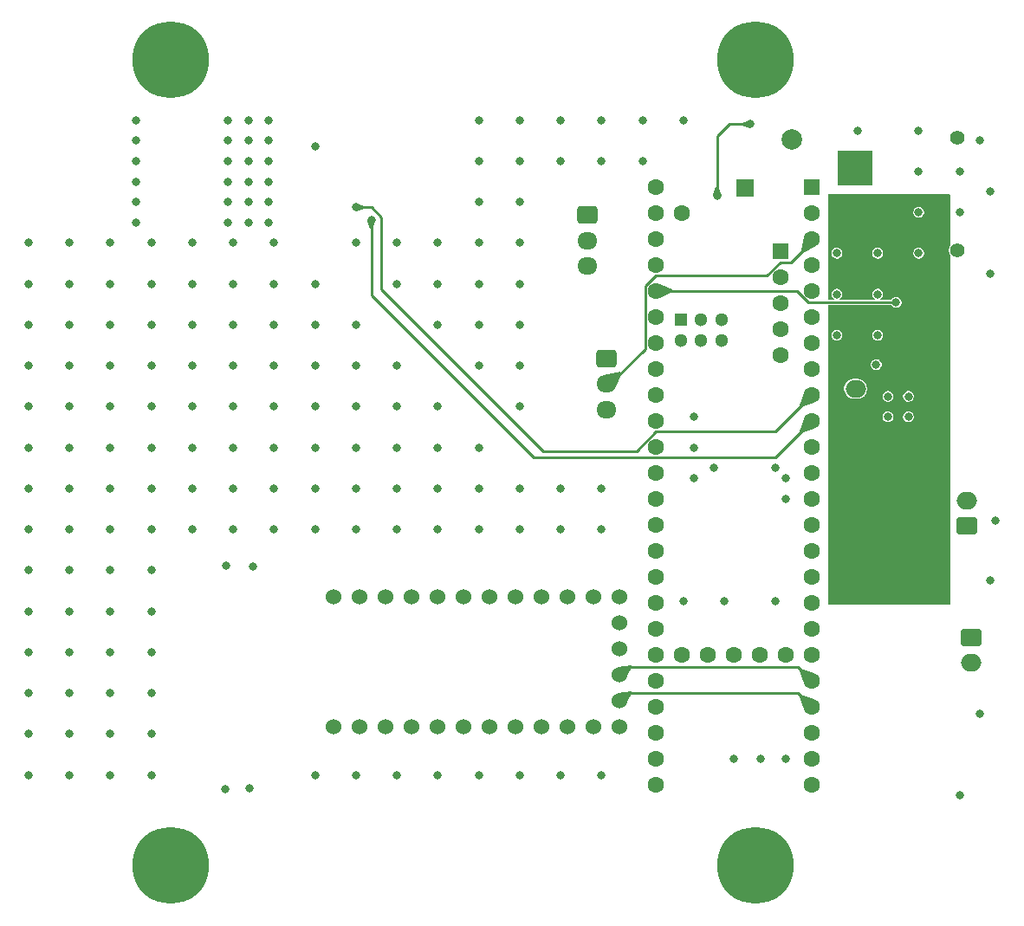
<source format=gbl>
G04 #@! TF.GenerationSoftware,KiCad,Pcbnew,9.0.1*
G04 #@! TF.CreationDate,2025-10-31T13:55:31-04:00*
G04 #@! TF.ProjectId,GHOUL_V1.0,47484f55-4c5f-4563-912e-302e6b696361,rev?*
G04 #@! TF.SameCoordinates,Original*
G04 #@! TF.FileFunction,Copper,L4,Bot*
G04 #@! TF.FilePolarity,Positive*
%FSLAX46Y46*%
G04 Gerber Fmt 4.6, Leading zero omitted, Abs format (unit mm)*
G04 Created by KiCad (PCBNEW 9.0.1) date 2025-10-31 13:55:31*
%MOMM*%
%LPD*%
G01*
G04 APERTURE LIST*
G04 Aperture macros list*
%AMRoundRect*
0 Rectangle with rounded corners*
0 $1 Rounding radius*
0 $2 $3 $4 $5 $6 $7 $8 $9 X,Y pos of 4 corners*
0 Add a 4 corners polygon primitive as box body*
4,1,4,$2,$3,$4,$5,$6,$7,$8,$9,$2,$3,0*
0 Add four circle primitives for the rounded corners*
1,1,$1+$1,$2,$3*
1,1,$1+$1,$4,$5*
1,1,$1+$1,$6,$7*
1,1,$1+$1,$8,$9*
0 Add four rect primitives between the rounded corners*
20,1,$1+$1,$2,$3,$4,$5,0*
20,1,$1+$1,$4,$5,$6,$7,0*
20,1,$1+$1,$6,$7,$8,$9,0*
20,1,$1+$1,$8,$9,$2,$3,0*%
G04 Aperture macros list end*
G04 #@! TA.AperFunction,HeatsinkPad*
%ADD10C,0.500000*%
G04 #@! TD*
G04 #@! TA.AperFunction,HeatsinkPad*
%ADD11R,1.680000X1.680000*%
G04 #@! TD*
G04 #@! TA.AperFunction,ComponentPad*
%ADD12C,7.500000*%
G04 #@! TD*
G04 #@! TA.AperFunction,ComponentPad*
%ADD13RoundRect,0.250000X0.750000X-0.600000X0.750000X0.600000X-0.750000X0.600000X-0.750000X-0.600000X0*%
G04 #@! TD*
G04 #@! TA.AperFunction,ComponentPad*
%ADD14O,2.000000X1.700000*%
G04 #@! TD*
G04 #@! TA.AperFunction,ComponentPad*
%ADD15RoundRect,0.250000X-0.750000X0.600000X-0.750000X-0.600000X0.750000X-0.600000X0.750000X0.600000X0*%
G04 #@! TD*
G04 #@! TA.AperFunction,ComponentPad*
%ADD16RoundRect,0.250000X-0.725000X0.600000X-0.725000X-0.600000X0.725000X-0.600000X0.725000X0.600000X0*%
G04 #@! TD*
G04 #@! TA.AperFunction,ComponentPad*
%ADD17O,1.950000X1.700000*%
G04 #@! TD*
G04 #@! TA.AperFunction,ComponentPad*
%ADD18C,2.000000*%
G04 #@! TD*
G04 #@! TA.AperFunction,ComponentPad*
%ADD19C,1.524000*%
G04 #@! TD*
G04 #@! TA.AperFunction,ComponentPad*
%ADD20C,1.400000*%
G04 #@! TD*
G04 #@! TA.AperFunction,ComponentPad*
%ADD21R,3.500000X3.500000*%
G04 #@! TD*
G04 #@! TA.AperFunction,ComponentPad*
%ADD22C,3.500000*%
G04 #@! TD*
G04 #@! TA.AperFunction,ComponentPad*
%ADD23R,1.600000X1.600000*%
G04 #@! TD*
G04 #@! TA.AperFunction,ComponentPad*
%ADD24C,1.600000*%
G04 #@! TD*
G04 #@! TA.AperFunction,ComponentPad*
%ADD25R,1.300000X1.300000*%
G04 #@! TD*
G04 #@! TA.AperFunction,ComponentPad*
%ADD26C,1.300000*%
G04 #@! TD*
G04 #@! TA.AperFunction,ViaPad*
%ADD27C,0.800000*%
G04 #@! TD*
G04 #@! TA.AperFunction,ViaPad*
%ADD28C,1.200000*%
G04 #@! TD*
G04 #@! TA.AperFunction,Conductor*
%ADD29C,0.250000*%
G04 #@! TD*
G04 APERTURE END LIST*
D10*
X182443551Y-73016051D03*
X182443551Y-74196051D03*
D11*
X183033551Y-73606051D03*
D10*
X183623551Y-73016051D03*
X183623551Y-74196051D03*
D12*
X184046051Y-61116051D03*
X126896051Y-61116051D03*
X126896051Y-139856051D03*
X184046051Y-139856051D03*
D13*
X204700000Y-106650000D03*
D14*
X204700000Y-104150000D03*
D15*
X205100000Y-117550000D03*
D14*
X205100000Y-120050000D03*
D16*
X167640000Y-76280000D03*
D17*
X167640000Y-78780000D03*
X167640000Y-81280000D03*
D18*
X187636051Y-68896051D03*
D15*
X193826051Y-90756051D03*
D14*
X193826051Y-93256051D03*
D19*
X170726051Y-116091051D03*
X170726051Y-118631051D03*
X170726051Y-121171051D03*
X170726051Y-123711051D03*
X170726051Y-113551051D03*
X170726051Y-126251051D03*
X168186051Y-126251051D03*
X165646051Y-126251051D03*
X163106051Y-126251051D03*
X160566051Y-126251051D03*
X158026051Y-126251051D03*
X155486051Y-126251051D03*
X152946051Y-126251051D03*
X150406051Y-126251051D03*
X147866051Y-126251051D03*
X145326051Y-126251051D03*
X142786051Y-126251051D03*
X168186051Y-113551051D03*
X165646051Y-113551051D03*
X163106051Y-113551051D03*
X158026051Y-113551051D03*
X160566051Y-113551051D03*
X155486051Y-113551051D03*
X152946051Y-113551051D03*
X150406051Y-113551051D03*
X147866051Y-113551051D03*
X145326051Y-113551051D03*
X142786051Y-113551051D03*
D20*
X203786051Y-79696051D03*
X203786051Y-68696051D03*
D21*
X193786051Y-71696051D03*
D22*
X193786051Y-76696051D03*
D23*
X189556051Y-73526051D03*
D24*
X189556051Y-76066051D03*
X189556051Y-78606051D03*
X189556051Y-81146051D03*
X189556051Y-83686051D03*
X189556051Y-86226051D03*
X189556051Y-88766051D03*
X189556051Y-91306051D03*
X189556051Y-93846051D03*
X189556051Y-96386051D03*
X189556051Y-98926051D03*
X189556051Y-101466051D03*
X189556051Y-104006051D03*
X189556051Y-106546051D03*
X189556051Y-109086051D03*
X189556051Y-111626051D03*
X189556051Y-114166051D03*
X189556051Y-116706051D03*
X189556051Y-119246051D03*
X189556051Y-121786051D03*
X189556051Y-124326051D03*
X189556051Y-126866051D03*
X189556051Y-129406051D03*
X189556051Y-131946051D03*
X174316051Y-131946051D03*
X174316051Y-129406051D03*
X174316051Y-126866051D03*
X174316051Y-124326051D03*
X174316051Y-121786051D03*
X174316051Y-119246051D03*
X174316051Y-116706051D03*
X174316051Y-114166051D03*
X174316051Y-111626051D03*
X174316051Y-109086051D03*
X174316051Y-106546051D03*
X174316051Y-104006051D03*
X174316051Y-101466051D03*
X174316051Y-98926051D03*
X174316051Y-96386051D03*
X174316051Y-93846051D03*
X174316051Y-91306051D03*
X174316051Y-88766051D03*
X174316051Y-86226051D03*
X174316051Y-83686051D03*
X174316051Y-81146051D03*
X174316051Y-78606051D03*
X174316051Y-76066051D03*
X174316051Y-73526051D03*
X176856051Y-76066051D03*
X187016051Y-119246051D03*
X184476051Y-119246051D03*
X181936051Y-119246051D03*
X179396051Y-119246051D03*
X176856051Y-119246051D03*
D23*
X186505251Y-79825251D03*
D24*
X186505251Y-82365251D03*
X186505251Y-84905251D03*
X186505251Y-87445251D03*
X186505251Y-89985251D03*
D25*
X176754451Y-86496051D03*
D26*
X178754451Y-86496051D03*
X180754451Y-86496051D03*
X180754451Y-88496051D03*
X178754451Y-88496051D03*
X176754451Y-88496051D03*
D16*
X169500000Y-90266051D03*
D17*
X169500000Y-92766051D03*
X169500000Y-95266051D03*
D27*
X132271051Y-132366051D03*
X134941051Y-110586051D03*
X132351051Y-110566051D03*
X134591051Y-132316051D03*
X186996051Y-129426051D03*
X181936051Y-129386051D03*
X184536051Y-129446051D03*
X204000000Y-72000000D03*
X117000000Y-107000000D03*
X145000000Y-99000000D03*
X121000000Y-83000000D03*
X136500000Y-69000000D03*
X129000000Y-79000000D03*
X165000000Y-107000000D03*
X157000000Y-83000000D03*
X145000000Y-103000000D03*
X161000000Y-71000000D03*
X169000000Y-67000000D03*
X133000000Y-99000000D03*
X133000000Y-87000000D03*
X157000000Y-67000000D03*
X113000000Y-87000000D03*
X137000000Y-107000000D03*
X199000000Y-96000000D03*
X129000000Y-103000000D03*
X145000000Y-91000000D03*
X136500000Y-77000000D03*
X200000000Y-72000000D03*
X161000000Y-87000000D03*
X145000000Y-131000000D03*
X161000000Y-131000000D03*
X136500000Y-73000000D03*
X132500000Y-75000000D03*
X157000000Y-103000000D03*
X121000000Y-127000000D03*
X134500000Y-75000000D03*
X157000000Y-87000000D03*
X133000000Y-83000000D03*
X121000000Y-79000000D03*
X161000000Y-67000000D03*
X186000000Y-101000000D03*
X137000000Y-95000000D03*
X113000000Y-107000000D03*
X134500000Y-67000000D03*
X206000000Y-125000000D03*
X113000000Y-83000000D03*
X199000000Y-94000000D03*
X173000000Y-71000000D03*
X117000000Y-103000000D03*
X136500000Y-67000000D03*
X129000000Y-107000000D03*
X165000000Y-71000000D03*
X149000000Y-83000000D03*
X129000000Y-95000000D03*
X197000000Y-96000000D03*
X123500000Y-71000000D03*
X169000000Y-103000000D03*
X125000000Y-95000000D03*
X132500000Y-73000000D03*
X153000000Y-83000000D03*
X113000000Y-127000000D03*
X129000000Y-83000000D03*
X121000000Y-99000000D03*
X132500000Y-69000000D03*
X186000000Y-114000000D03*
X157000000Y-99000000D03*
X194000000Y-68000000D03*
X196000000Y-88000000D03*
X187000000Y-102000000D03*
X161000000Y-79000000D03*
X121000000Y-95000000D03*
X207000000Y-112000000D03*
X204000000Y-76000000D03*
X165000000Y-131000000D03*
X137000000Y-99000000D03*
X207000000Y-82000000D03*
X149000000Y-107000000D03*
X145000000Y-79000000D03*
X125000000Y-111000000D03*
X165000000Y-67000000D03*
X153000000Y-131000000D03*
X141000000Y-91000000D03*
X117000000Y-115000000D03*
X165000000Y-103000000D03*
X153000000Y-103000000D03*
X149000000Y-103000000D03*
X153000000Y-95000000D03*
X192000000Y-88000000D03*
X133000000Y-107000000D03*
X117000000Y-91000000D03*
X121000000Y-103000000D03*
X207000000Y-74000000D03*
X132500000Y-77000000D03*
X200000000Y-76000000D03*
X113000000Y-119000000D03*
X178000000Y-99000000D03*
X187000000Y-104000000D03*
X113000000Y-123000000D03*
X117000000Y-83000000D03*
X125000000Y-119000000D03*
X197000000Y-94000000D03*
X206000000Y-69000000D03*
X117000000Y-123000000D03*
X137000000Y-103000000D03*
X180000000Y-101000000D03*
X136500000Y-71000000D03*
X141000000Y-107000000D03*
X117000000Y-131000000D03*
X117000000Y-111000000D03*
X125000000Y-131000000D03*
X133000000Y-91000000D03*
X149000000Y-91000000D03*
X145000000Y-95000000D03*
X121000000Y-131000000D03*
X125000000Y-127000000D03*
X125000000Y-91000000D03*
X125000000Y-87000000D03*
X117000000Y-99000000D03*
X123500000Y-73000000D03*
X173000000Y-67000000D03*
X117000000Y-127000000D03*
X178000000Y-96000000D03*
X113000000Y-91000000D03*
X113000000Y-111000000D03*
X200000000Y-80000000D03*
X149000000Y-79000000D03*
X169000000Y-131000000D03*
X145000000Y-107000000D03*
X141000000Y-87000000D03*
X161000000Y-103000000D03*
X129000000Y-87000000D03*
X129000000Y-99000000D03*
X125000000Y-99000000D03*
X141000000Y-83000000D03*
X113000000Y-95000000D03*
X161000000Y-91000000D03*
X134500000Y-73000000D03*
X121000000Y-123000000D03*
X123500000Y-77000000D03*
X157000000Y-107000000D03*
X196000000Y-80000000D03*
X134500000Y-71000000D03*
X157000000Y-131000000D03*
X113000000Y-99000000D03*
X134500000Y-69000000D03*
X132500000Y-71000000D03*
X157000000Y-71000000D03*
X177000000Y-114000000D03*
X161000000Y-75000000D03*
X137000000Y-87000000D03*
X121000000Y-87000000D03*
X121000000Y-115000000D03*
X149000000Y-131000000D03*
X200000000Y-68000000D03*
X133000000Y-79000000D03*
X121000000Y-111000000D03*
X157000000Y-91000000D03*
X117000000Y-79000000D03*
X113000000Y-103000000D03*
X133000000Y-103000000D03*
X117000000Y-119000000D03*
X123500000Y-67000000D03*
X192000000Y-84000000D03*
X207493629Y-106139228D03*
X141000000Y-103000000D03*
X129000000Y-91000000D03*
X141000000Y-99000000D03*
X125000000Y-123000000D03*
X161000000Y-95000000D03*
X153000000Y-79000000D03*
X145000000Y-87000000D03*
X161000000Y-83000000D03*
X141000000Y-95000000D03*
X137000000Y-83000000D03*
X149000000Y-99000000D03*
X136500000Y-75000000D03*
X204000000Y-133000000D03*
X125000000Y-115000000D03*
X153000000Y-99000000D03*
X125000000Y-79000000D03*
X169000000Y-107000000D03*
X125000000Y-83000000D03*
X121000000Y-119000000D03*
X123500000Y-75000000D03*
X125000000Y-107000000D03*
X121000000Y-91000000D03*
X132500000Y-67000000D03*
X113000000Y-115000000D03*
X141000000Y-131000000D03*
X137000000Y-79000000D03*
X133000000Y-95000000D03*
X125000000Y-103000000D03*
X157000000Y-75000000D03*
X177000000Y-67000000D03*
X196000000Y-84000000D03*
X178000000Y-102000000D03*
X161000000Y-107000000D03*
X113000000Y-79000000D03*
X181000000Y-114000000D03*
X121000000Y-107000000D03*
X169000000Y-71000000D03*
X153000000Y-107000000D03*
X192000000Y-80000000D03*
X113000000Y-131000000D03*
X117000000Y-95000000D03*
X149000000Y-95000000D03*
X137000000Y-91000000D03*
X157000000Y-79000000D03*
X134500000Y-77000000D03*
X153000000Y-87000000D03*
X117000000Y-87000000D03*
X195856051Y-90886051D03*
X197800000Y-84816051D03*
X146500000Y-76800000D03*
X145000000Y-75500000D03*
D28*
X201116051Y-110026051D03*
X201136051Y-112496051D03*
D27*
X180316051Y-74366051D03*
X183566051Y-67386051D03*
X141000000Y-69600000D03*
X123500000Y-69000000D03*
D29*
X145000000Y-75500000D02*
X146500000Y-75500000D01*
X146500000Y-75500000D02*
X147500000Y-76500000D01*
X147500000Y-83500000D02*
X163336051Y-99336051D01*
X163336051Y-99336051D02*
X172418298Y-99336051D01*
X147500000Y-76500000D02*
X147500000Y-83500000D01*
X174316298Y-97438051D02*
X185964051Y-97438051D01*
X172418298Y-99336051D02*
X174316298Y-97438051D01*
X185964051Y-97438051D02*
X189556051Y-93846051D01*
X146500000Y-76800000D02*
X146500000Y-84100000D01*
X162387551Y-99987551D02*
X185954551Y-99987551D01*
X185954551Y-99987551D02*
X189556051Y-96386051D01*
X146500000Y-84100000D02*
X162387551Y-99987551D01*
X189198298Y-84816051D02*
X197800000Y-84816051D01*
X188068298Y-83686051D02*
X189198298Y-84816051D01*
X174316051Y-83686051D02*
X188068298Y-83686051D01*
X186466051Y-80877251D02*
X187557251Y-80877251D01*
X174276051Y-82206051D02*
X185137251Y-82206051D01*
X185137251Y-82206051D02*
X186466051Y-80877251D01*
X173264051Y-83218051D02*
X174276051Y-82206051D01*
X173264051Y-89338051D02*
X173264051Y-83218051D01*
X187557251Y-80877251D02*
X189556051Y-78878451D01*
X189556051Y-78878451D02*
X189556051Y-78606051D01*
X169836051Y-92766051D02*
X173264051Y-89338051D01*
X170776051Y-123716051D02*
X171538050Y-122954052D01*
X188184052Y-122954052D02*
X189556051Y-124326051D01*
X171538050Y-122954052D02*
X188184052Y-122954052D01*
X188184052Y-120414052D02*
X189556051Y-121786051D01*
X170776051Y-121176051D02*
X171538050Y-120414052D01*
X171538050Y-120414052D02*
X188184052Y-120414052D01*
X183566051Y-67386051D02*
X181476051Y-67386051D01*
X181476051Y-67386051D02*
X180316051Y-68546051D01*
X180316051Y-68546051D02*
X180316051Y-74366051D01*
G04 #@! TA.AperFunction,Conductor*
G36*
X203037745Y-74264357D02*
G01*
X203056051Y-74308551D01*
X203056051Y-79283632D01*
X203051294Y-79307550D01*
X202990349Y-79454683D01*
X202958551Y-79614548D01*
X202958551Y-79777553D01*
X202990350Y-79937422D01*
X203051293Y-80084550D01*
X203056051Y-80108468D01*
X203056051Y-114283551D01*
X203037745Y-114327745D01*
X202993551Y-114346051D01*
X191198551Y-114346051D01*
X191154357Y-114327745D01*
X191136051Y-114283551D01*
X191136051Y-95930554D01*
X196472500Y-95930554D01*
X196472500Y-96069445D01*
X196472501Y-96069453D01*
X196508446Y-96203603D01*
X196508447Y-96203606D01*
X196577896Y-96323894D01*
X196577899Y-96323898D01*
X196676101Y-96422100D01*
X196676105Y-96422103D01*
X196676107Y-96422105D01*
X196796393Y-96491552D01*
X196796396Y-96491553D01*
X196878495Y-96513551D01*
X196930553Y-96527500D01*
X196930554Y-96527500D01*
X197069446Y-96527500D01*
X197069447Y-96527500D01*
X197203607Y-96491552D01*
X197323893Y-96422105D01*
X197422105Y-96323893D01*
X197491552Y-96203607D01*
X197527500Y-96069447D01*
X197527500Y-95930554D01*
X198472500Y-95930554D01*
X198472500Y-96069445D01*
X198472501Y-96069453D01*
X198508446Y-96203603D01*
X198508447Y-96203606D01*
X198577896Y-96323894D01*
X198577899Y-96323898D01*
X198676101Y-96422100D01*
X198676105Y-96422103D01*
X198676107Y-96422105D01*
X198796393Y-96491552D01*
X198796396Y-96491553D01*
X198878495Y-96513551D01*
X198930553Y-96527500D01*
X198930554Y-96527500D01*
X199069446Y-96527500D01*
X199069447Y-96527500D01*
X199203607Y-96491552D01*
X199323893Y-96422105D01*
X199422105Y-96323893D01*
X199491552Y-96203607D01*
X199527500Y-96069447D01*
X199527500Y-95930553D01*
X199491552Y-95796393D01*
X199422105Y-95676107D01*
X199422103Y-95676105D01*
X199422100Y-95676101D01*
X199323898Y-95577899D01*
X199323894Y-95577896D01*
X199323893Y-95577895D01*
X199263750Y-95543171D01*
X199203606Y-95508447D01*
X199203603Y-95508446D01*
X199069453Y-95472501D01*
X199069448Y-95472500D01*
X199069447Y-95472500D01*
X198930553Y-95472500D01*
X198930552Y-95472500D01*
X198930546Y-95472501D01*
X198796396Y-95508446D01*
X198796393Y-95508447D01*
X198676105Y-95577896D01*
X198676101Y-95577899D01*
X198577899Y-95676101D01*
X198577896Y-95676105D01*
X198508447Y-95796393D01*
X198508446Y-95796396D01*
X198472501Y-95930546D01*
X198472500Y-95930554D01*
X197527500Y-95930554D01*
X197527500Y-95930553D01*
X197491552Y-95796393D01*
X197422105Y-95676107D01*
X197422103Y-95676105D01*
X197422100Y-95676101D01*
X197323898Y-95577899D01*
X197323894Y-95577896D01*
X197323893Y-95577895D01*
X197263750Y-95543171D01*
X197203606Y-95508447D01*
X197203603Y-95508446D01*
X197069453Y-95472501D01*
X197069448Y-95472500D01*
X197069447Y-95472500D01*
X196930553Y-95472500D01*
X196930552Y-95472500D01*
X196930546Y-95472501D01*
X196796396Y-95508446D01*
X196796393Y-95508447D01*
X196676105Y-95577896D01*
X196676101Y-95577899D01*
X196577899Y-95676101D01*
X196577896Y-95676105D01*
X196508447Y-95796393D01*
X196508446Y-95796396D01*
X196472501Y-95930546D01*
X196472500Y-95930554D01*
X191136051Y-95930554D01*
X191136051Y-93159775D01*
X192698551Y-93159775D01*
X192698551Y-93352326D01*
X192736115Y-93541177D01*
X192736117Y-93541185D01*
X192809801Y-93719071D01*
X192916777Y-93879171D01*
X193052931Y-94015325D01*
X193213031Y-94122301D01*
X193292350Y-94155156D01*
X193390916Y-94195984D01*
X193390920Y-94195985D01*
X193390925Y-94195987D01*
X193579776Y-94233551D01*
X194072326Y-94233551D01*
X194261177Y-94195987D01*
X194261183Y-94195984D01*
X194261185Y-94195984D01*
X194303662Y-94178388D01*
X194439071Y-94122301D01*
X194599171Y-94015325D01*
X194683942Y-93930554D01*
X196472500Y-93930554D01*
X196472500Y-94069445D01*
X196472501Y-94069453D01*
X196508446Y-94203603D01*
X196508447Y-94203606D01*
X196577896Y-94323894D01*
X196577899Y-94323898D01*
X196676101Y-94422100D01*
X196676105Y-94422103D01*
X196676107Y-94422105D01*
X196796393Y-94491552D01*
X196796396Y-94491553D01*
X196878495Y-94513551D01*
X196930553Y-94527500D01*
X196930554Y-94527500D01*
X197069446Y-94527500D01*
X197069447Y-94527500D01*
X197203607Y-94491552D01*
X197323893Y-94422105D01*
X197422105Y-94323893D01*
X197491552Y-94203607D01*
X197527500Y-94069447D01*
X197527500Y-93930554D01*
X198472500Y-93930554D01*
X198472500Y-94069445D01*
X198472501Y-94069453D01*
X198508446Y-94203603D01*
X198508447Y-94203606D01*
X198577896Y-94323894D01*
X198577899Y-94323898D01*
X198676101Y-94422100D01*
X198676105Y-94422103D01*
X198676107Y-94422105D01*
X198796393Y-94491552D01*
X198796396Y-94491553D01*
X198878495Y-94513551D01*
X198930553Y-94527500D01*
X198930554Y-94527500D01*
X199069446Y-94527500D01*
X199069447Y-94527500D01*
X199203607Y-94491552D01*
X199323893Y-94422105D01*
X199422105Y-94323893D01*
X199491552Y-94203607D01*
X199527500Y-94069447D01*
X199527500Y-93930553D01*
X199491552Y-93796393D01*
X199422105Y-93676107D01*
X199422103Y-93676105D01*
X199422100Y-93676101D01*
X199323898Y-93577899D01*
X199323894Y-93577896D01*
X199323893Y-93577895D01*
X199260295Y-93541177D01*
X199203606Y-93508447D01*
X199203603Y-93508446D01*
X199069453Y-93472501D01*
X199069448Y-93472500D01*
X199069447Y-93472500D01*
X198930553Y-93472500D01*
X198930552Y-93472500D01*
X198930546Y-93472501D01*
X198796396Y-93508446D01*
X198796393Y-93508447D01*
X198676105Y-93577896D01*
X198676101Y-93577899D01*
X198577899Y-93676101D01*
X198577896Y-93676105D01*
X198508447Y-93796393D01*
X198508446Y-93796396D01*
X198472501Y-93930546D01*
X198472500Y-93930554D01*
X197527500Y-93930554D01*
X197527500Y-93930553D01*
X197491552Y-93796393D01*
X197422105Y-93676107D01*
X197422103Y-93676105D01*
X197422100Y-93676101D01*
X197323898Y-93577899D01*
X197323894Y-93577896D01*
X197323893Y-93577895D01*
X197260295Y-93541177D01*
X197203606Y-93508447D01*
X197203603Y-93508446D01*
X197069453Y-93472501D01*
X197069448Y-93472500D01*
X197069447Y-93472500D01*
X196930553Y-93472500D01*
X196930552Y-93472500D01*
X196930546Y-93472501D01*
X196796396Y-93508446D01*
X196796393Y-93508447D01*
X196676105Y-93577896D01*
X196676101Y-93577899D01*
X196577899Y-93676101D01*
X196577896Y-93676105D01*
X196508447Y-93796393D01*
X196508446Y-93796396D01*
X196472501Y-93930546D01*
X196472500Y-93930554D01*
X194683942Y-93930554D01*
X194735325Y-93879171D01*
X194842301Y-93719071D01*
X194915987Y-93541177D01*
X194953551Y-93352326D01*
X194953551Y-93159776D01*
X194915987Y-92970925D01*
X194915985Y-92970920D01*
X194915984Y-92970916D01*
X194875156Y-92872350D01*
X194842301Y-92793031D01*
X194735325Y-92632931D01*
X194599171Y-92496777D01*
X194599170Y-92496776D01*
X194439073Y-92389802D01*
X194439071Y-92389801D01*
X194261185Y-92316117D01*
X194261177Y-92316115D01*
X194072326Y-92278551D01*
X193579776Y-92278551D01*
X193390924Y-92316115D01*
X193390916Y-92316117D01*
X193213030Y-92389801D01*
X193213028Y-92389802D01*
X193052931Y-92496776D01*
X192916776Y-92632931D01*
X192809802Y-92793028D01*
X192809801Y-92793030D01*
X192736117Y-92970916D01*
X192736115Y-92970924D01*
X192698551Y-93159775D01*
X191136051Y-93159775D01*
X191136051Y-90816605D01*
X195328551Y-90816605D01*
X195328551Y-90955496D01*
X195328552Y-90955504D01*
X195364497Y-91089654D01*
X195364498Y-91089657D01*
X195433947Y-91209945D01*
X195433950Y-91209949D01*
X195532152Y-91308151D01*
X195532156Y-91308154D01*
X195532158Y-91308156D01*
X195652444Y-91377603D01*
X195652447Y-91377604D01*
X195734546Y-91399602D01*
X195786604Y-91413551D01*
X195786605Y-91413551D01*
X195925497Y-91413551D01*
X195925498Y-91413551D01*
X196059658Y-91377603D01*
X196179944Y-91308156D01*
X196278156Y-91209944D01*
X196347603Y-91089658D01*
X196383551Y-90955498D01*
X196383551Y-90816604D01*
X196347603Y-90682444D01*
X196278156Y-90562158D01*
X196278154Y-90562156D01*
X196278151Y-90562152D01*
X196179949Y-90463950D01*
X196179945Y-90463947D01*
X196179944Y-90463946D01*
X196119801Y-90429222D01*
X196059657Y-90394498D01*
X196059654Y-90394497D01*
X195925504Y-90358552D01*
X195925499Y-90358551D01*
X195925498Y-90358551D01*
X195786604Y-90358551D01*
X195786603Y-90358551D01*
X195786597Y-90358552D01*
X195652447Y-90394497D01*
X195652444Y-90394498D01*
X195532156Y-90463947D01*
X195532152Y-90463950D01*
X195433950Y-90562152D01*
X195433947Y-90562156D01*
X195364498Y-90682444D01*
X195364497Y-90682447D01*
X195328552Y-90816597D01*
X195328551Y-90816605D01*
X191136051Y-90816605D01*
X191136051Y-87930554D01*
X191472500Y-87930554D01*
X191472500Y-88069445D01*
X191472501Y-88069453D01*
X191508446Y-88203603D01*
X191508447Y-88203606D01*
X191577896Y-88323894D01*
X191577899Y-88323898D01*
X191676101Y-88422100D01*
X191676105Y-88422103D01*
X191676107Y-88422105D01*
X191796393Y-88491552D01*
X191796396Y-88491553D01*
X191878495Y-88513551D01*
X191930553Y-88527500D01*
X191930554Y-88527500D01*
X192069446Y-88527500D01*
X192069447Y-88527500D01*
X192203607Y-88491552D01*
X192323893Y-88422105D01*
X192422105Y-88323893D01*
X192491552Y-88203607D01*
X192527500Y-88069447D01*
X192527500Y-87930554D01*
X195472500Y-87930554D01*
X195472500Y-88069445D01*
X195472501Y-88069453D01*
X195508446Y-88203603D01*
X195508447Y-88203606D01*
X195577896Y-88323894D01*
X195577899Y-88323898D01*
X195676101Y-88422100D01*
X195676105Y-88422103D01*
X195676107Y-88422105D01*
X195796393Y-88491552D01*
X195796396Y-88491553D01*
X195878495Y-88513551D01*
X195930553Y-88527500D01*
X195930554Y-88527500D01*
X196069446Y-88527500D01*
X196069447Y-88527500D01*
X196203607Y-88491552D01*
X196323893Y-88422105D01*
X196422105Y-88323893D01*
X196491552Y-88203607D01*
X196527500Y-88069447D01*
X196527500Y-87930553D01*
X196491552Y-87796393D01*
X196422105Y-87676107D01*
X196422103Y-87676105D01*
X196422100Y-87676101D01*
X196323898Y-87577899D01*
X196323894Y-87577896D01*
X196323893Y-87577895D01*
X196263750Y-87543171D01*
X196203606Y-87508447D01*
X196203603Y-87508446D01*
X196069453Y-87472501D01*
X196069448Y-87472500D01*
X196069447Y-87472500D01*
X195930553Y-87472500D01*
X195930552Y-87472500D01*
X195930546Y-87472501D01*
X195796396Y-87508446D01*
X195796393Y-87508447D01*
X195676105Y-87577896D01*
X195676101Y-87577899D01*
X195577899Y-87676101D01*
X195577896Y-87676105D01*
X195508447Y-87796393D01*
X195508446Y-87796396D01*
X195472501Y-87930546D01*
X195472500Y-87930554D01*
X192527500Y-87930554D01*
X192527500Y-87930553D01*
X192491552Y-87796393D01*
X192422105Y-87676107D01*
X192422103Y-87676105D01*
X192422100Y-87676101D01*
X192323898Y-87577899D01*
X192323894Y-87577896D01*
X192323893Y-87577895D01*
X192263750Y-87543171D01*
X192203606Y-87508447D01*
X192203603Y-87508446D01*
X192069453Y-87472501D01*
X192069448Y-87472500D01*
X192069447Y-87472500D01*
X191930553Y-87472500D01*
X191930552Y-87472500D01*
X191930546Y-87472501D01*
X191796396Y-87508446D01*
X191796393Y-87508447D01*
X191676105Y-87577896D01*
X191676101Y-87577899D01*
X191577899Y-87676101D01*
X191577896Y-87676105D01*
X191508447Y-87796393D01*
X191508446Y-87796396D01*
X191472501Y-87930546D01*
X191472500Y-87930554D01*
X191136051Y-87930554D01*
X191136051Y-85131051D01*
X191154357Y-85086857D01*
X191198551Y-85068551D01*
X197300592Y-85068551D01*
X197344786Y-85086857D01*
X197354716Y-85099797D01*
X197372761Y-85131051D01*
X197377896Y-85139945D01*
X197377899Y-85139949D01*
X197476101Y-85238151D01*
X197476105Y-85238154D01*
X197476107Y-85238156D01*
X197596393Y-85307603D01*
X197596396Y-85307604D01*
X197678495Y-85329602D01*
X197730553Y-85343551D01*
X197730554Y-85343551D01*
X197869446Y-85343551D01*
X197869447Y-85343551D01*
X198003607Y-85307603D01*
X198123893Y-85238156D01*
X198222105Y-85139944D01*
X198291552Y-85019658D01*
X198327500Y-84885498D01*
X198327500Y-84746604D01*
X198291552Y-84612444D01*
X198222105Y-84492158D01*
X198222103Y-84492156D01*
X198222100Y-84492152D01*
X198123898Y-84393950D01*
X198123894Y-84393947D01*
X198123893Y-84393946D01*
X198063750Y-84359222D01*
X198003606Y-84324498D01*
X198003603Y-84324497D01*
X197869453Y-84288552D01*
X197869448Y-84288551D01*
X197869447Y-84288551D01*
X197730553Y-84288551D01*
X197730552Y-84288551D01*
X197730546Y-84288552D01*
X197596396Y-84324497D01*
X197596393Y-84324498D01*
X197476105Y-84393947D01*
X197476101Y-84393950D01*
X197377899Y-84492152D01*
X197377896Y-84492156D01*
X197377895Y-84492158D01*
X197354717Y-84532301D01*
X197316768Y-84561421D01*
X197300592Y-84563551D01*
X196312154Y-84563551D01*
X196267960Y-84545245D01*
X196249654Y-84501051D01*
X196267960Y-84456857D01*
X196280900Y-84446926D01*
X196323893Y-84422105D01*
X196422105Y-84323893D01*
X196491552Y-84203607D01*
X196527500Y-84069447D01*
X196527500Y-83930553D01*
X196491552Y-83796393D01*
X196422105Y-83676107D01*
X196422103Y-83676105D01*
X196422100Y-83676101D01*
X196323898Y-83577899D01*
X196323894Y-83577896D01*
X196323893Y-83577895D01*
X196263750Y-83543171D01*
X196203606Y-83508447D01*
X196203603Y-83508446D01*
X196069453Y-83472501D01*
X196069448Y-83472500D01*
X196069447Y-83472500D01*
X195930553Y-83472500D01*
X195930552Y-83472500D01*
X195930546Y-83472501D01*
X195796396Y-83508446D01*
X195796393Y-83508447D01*
X195676105Y-83577896D01*
X195676101Y-83577899D01*
X195577899Y-83676101D01*
X195577896Y-83676105D01*
X195508447Y-83796393D01*
X195508446Y-83796396D01*
X195472501Y-83930546D01*
X195472500Y-83930554D01*
X195472500Y-84069445D01*
X195472501Y-84069453D01*
X195508446Y-84203603D01*
X195508447Y-84203606D01*
X195508448Y-84203607D01*
X195557490Y-84288551D01*
X195577896Y-84323894D01*
X195577899Y-84323898D01*
X195676101Y-84422100D01*
X195676105Y-84422103D01*
X195676107Y-84422105D01*
X195719096Y-84446925D01*
X195748216Y-84484875D01*
X195741973Y-84532301D01*
X195704022Y-84561421D01*
X195687846Y-84563551D01*
X192312154Y-84563551D01*
X192267960Y-84545245D01*
X192249654Y-84501051D01*
X192267960Y-84456857D01*
X192280900Y-84446926D01*
X192323893Y-84422105D01*
X192422105Y-84323893D01*
X192491552Y-84203607D01*
X192527500Y-84069447D01*
X192527500Y-83930553D01*
X192491552Y-83796393D01*
X192422105Y-83676107D01*
X192422103Y-83676105D01*
X192422100Y-83676101D01*
X192323898Y-83577899D01*
X192323894Y-83577896D01*
X192323893Y-83577895D01*
X192263750Y-83543171D01*
X192203606Y-83508447D01*
X192203603Y-83508446D01*
X192069453Y-83472501D01*
X192069448Y-83472500D01*
X192069447Y-83472500D01*
X191930553Y-83472500D01*
X191930552Y-83472500D01*
X191930546Y-83472501D01*
X191796396Y-83508446D01*
X191796393Y-83508447D01*
X191676105Y-83577896D01*
X191676101Y-83577899D01*
X191577899Y-83676101D01*
X191577896Y-83676105D01*
X191508447Y-83796393D01*
X191508446Y-83796396D01*
X191472501Y-83930546D01*
X191472500Y-83930554D01*
X191472500Y-84069445D01*
X191472501Y-84069453D01*
X191508446Y-84203603D01*
X191508447Y-84203606D01*
X191508448Y-84203607D01*
X191557490Y-84288551D01*
X191577896Y-84323894D01*
X191577899Y-84323898D01*
X191676101Y-84422100D01*
X191676105Y-84422103D01*
X191676107Y-84422105D01*
X191719096Y-84446925D01*
X191748216Y-84484875D01*
X191741973Y-84532301D01*
X191704022Y-84561421D01*
X191687846Y-84563551D01*
X191198551Y-84563551D01*
X191154357Y-84545245D01*
X191136051Y-84501051D01*
X191136051Y-79930554D01*
X191472500Y-79930554D01*
X191472500Y-80069445D01*
X191472501Y-80069453D01*
X191508446Y-80203603D01*
X191508447Y-80203606D01*
X191577896Y-80323894D01*
X191577899Y-80323898D01*
X191676101Y-80422100D01*
X191676105Y-80422103D01*
X191676107Y-80422105D01*
X191796393Y-80491552D01*
X191796396Y-80491553D01*
X191878495Y-80513551D01*
X191930553Y-80527500D01*
X191930554Y-80527500D01*
X192069446Y-80527500D01*
X192069447Y-80527500D01*
X192203607Y-80491552D01*
X192323893Y-80422105D01*
X192422105Y-80323893D01*
X192491552Y-80203607D01*
X192527500Y-80069447D01*
X192527500Y-79930554D01*
X195472500Y-79930554D01*
X195472500Y-80069445D01*
X195472501Y-80069453D01*
X195508446Y-80203603D01*
X195508447Y-80203606D01*
X195577896Y-80323894D01*
X195577899Y-80323898D01*
X195676101Y-80422100D01*
X195676105Y-80422103D01*
X195676107Y-80422105D01*
X195796393Y-80491552D01*
X195796396Y-80491553D01*
X195878495Y-80513551D01*
X195930553Y-80527500D01*
X195930554Y-80527500D01*
X196069446Y-80527500D01*
X196069447Y-80527500D01*
X196203607Y-80491552D01*
X196323893Y-80422105D01*
X196422105Y-80323893D01*
X196491552Y-80203607D01*
X196527500Y-80069447D01*
X196527500Y-79930554D01*
X199472500Y-79930554D01*
X199472500Y-80069445D01*
X199472501Y-80069453D01*
X199508446Y-80203603D01*
X199508447Y-80203606D01*
X199577896Y-80323894D01*
X199577899Y-80323898D01*
X199676101Y-80422100D01*
X199676105Y-80422103D01*
X199676107Y-80422105D01*
X199796393Y-80491552D01*
X199796396Y-80491553D01*
X199878495Y-80513551D01*
X199930553Y-80527500D01*
X199930554Y-80527500D01*
X200069446Y-80527500D01*
X200069447Y-80527500D01*
X200203607Y-80491552D01*
X200323893Y-80422105D01*
X200422105Y-80323893D01*
X200491552Y-80203607D01*
X200527500Y-80069447D01*
X200527500Y-79930553D01*
X200491552Y-79796393D01*
X200422105Y-79676107D01*
X200422103Y-79676105D01*
X200422100Y-79676101D01*
X200323898Y-79577899D01*
X200323894Y-79577896D01*
X200323893Y-79577895D01*
X200263750Y-79543171D01*
X200203606Y-79508447D01*
X200203603Y-79508446D01*
X200069453Y-79472501D01*
X200069448Y-79472500D01*
X200069447Y-79472500D01*
X199930553Y-79472500D01*
X199930552Y-79472500D01*
X199930546Y-79472501D01*
X199796396Y-79508446D01*
X199796393Y-79508447D01*
X199676105Y-79577896D01*
X199676101Y-79577899D01*
X199577899Y-79676101D01*
X199577896Y-79676105D01*
X199508447Y-79796393D01*
X199508446Y-79796396D01*
X199472501Y-79930546D01*
X199472500Y-79930554D01*
X196527500Y-79930554D01*
X196527500Y-79930553D01*
X196491552Y-79796393D01*
X196422105Y-79676107D01*
X196422103Y-79676105D01*
X196422100Y-79676101D01*
X196323898Y-79577899D01*
X196323894Y-79577896D01*
X196323893Y-79577895D01*
X196263750Y-79543171D01*
X196203606Y-79508447D01*
X196203603Y-79508446D01*
X196069453Y-79472501D01*
X196069448Y-79472500D01*
X196069447Y-79472500D01*
X195930553Y-79472500D01*
X195930552Y-79472500D01*
X195930546Y-79472501D01*
X195796396Y-79508446D01*
X195796393Y-79508447D01*
X195676105Y-79577896D01*
X195676101Y-79577899D01*
X195577899Y-79676101D01*
X195577896Y-79676105D01*
X195508447Y-79796393D01*
X195508446Y-79796396D01*
X195472501Y-79930546D01*
X195472500Y-79930554D01*
X192527500Y-79930554D01*
X192527500Y-79930553D01*
X192491552Y-79796393D01*
X192422105Y-79676107D01*
X192422103Y-79676105D01*
X192422100Y-79676101D01*
X192323898Y-79577899D01*
X192323894Y-79577896D01*
X192323893Y-79577895D01*
X192263750Y-79543171D01*
X192203606Y-79508447D01*
X192203603Y-79508446D01*
X192069453Y-79472501D01*
X192069448Y-79472500D01*
X192069447Y-79472500D01*
X191930553Y-79472500D01*
X191930552Y-79472500D01*
X191930546Y-79472501D01*
X191796396Y-79508446D01*
X191796393Y-79508447D01*
X191676105Y-79577896D01*
X191676101Y-79577899D01*
X191577899Y-79676101D01*
X191577896Y-79676105D01*
X191508447Y-79796393D01*
X191508446Y-79796396D01*
X191472501Y-79930546D01*
X191472500Y-79930554D01*
X191136051Y-79930554D01*
X191136051Y-75930554D01*
X199472500Y-75930554D01*
X199472500Y-76069445D01*
X199472501Y-76069453D01*
X199508446Y-76203603D01*
X199508447Y-76203606D01*
X199577896Y-76323894D01*
X199577899Y-76323898D01*
X199676101Y-76422100D01*
X199676105Y-76422103D01*
X199676107Y-76422105D01*
X199796393Y-76491552D01*
X199796396Y-76491553D01*
X199878495Y-76513551D01*
X199930553Y-76527500D01*
X199930554Y-76527500D01*
X200069446Y-76527500D01*
X200069447Y-76527500D01*
X200203607Y-76491552D01*
X200323893Y-76422105D01*
X200422105Y-76323893D01*
X200491552Y-76203607D01*
X200527500Y-76069447D01*
X200527500Y-75930553D01*
X200491552Y-75796393D01*
X200422105Y-75676107D01*
X200422103Y-75676105D01*
X200422100Y-75676101D01*
X200323898Y-75577899D01*
X200323894Y-75577896D01*
X200323893Y-75577895D01*
X200263750Y-75543171D01*
X200203606Y-75508447D01*
X200203603Y-75508446D01*
X200069453Y-75472501D01*
X200069448Y-75472500D01*
X200069447Y-75472500D01*
X199930553Y-75472500D01*
X199930552Y-75472500D01*
X199930546Y-75472501D01*
X199796396Y-75508446D01*
X199796393Y-75508447D01*
X199676105Y-75577896D01*
X199676101Y-75577899D01*
X199577899Y-75676101D01*
X199577896Y-75676105D01*
X199508447Y-75796393D01*
X199508446Y-75796396D01*
X199472501Y-75930546D01*
X199472500Y-75930554D01*
X191136051Y-75930554D01*
X191136051Y-74308551D01*
X191154357Y-74264357D01*
X191198551Y-74246051D01*
X202993551Y-74246051D01*
X203037745Y-74264357D01*
G37*
G04 #@! TD.AperFunction*
G04 #@! TA.AperFunction,Conductor*
G36*
X145090890Y-75112496D02*
G01*
X145784715Y-75372156D01*
X145791262Y-75378265D01*
X145792314Y-75383114D01*
X145792314Y-75616885D01*
X145788887Y-75625158D01*
X145784715Y-75627843D01*
X145090895Y-75887501D01*
X145081945Y-75887191D01*
X145075836Y-75880644D01*
X145075324Y-75878854D01*
X145024214Y-75625158D01*
X144999465Y-75502308D01*
X144999465Y-75497691D01*
X145075324Y-75121143D01*
X145080318Y-75113712D01*
X145089105Y-75111986D01*
X145090890Y-75112496D01*
G37*
G04 #@! TD.AperFunction*
G04 #@! TA.AperFunction,Conductor*
G36*
X189549071Y-93843823D02*
G01*
X189556521Y-93848791D01*
X189558278Y-93853030D01*
X189710165Y-94620781D01*
X189708408Y-94629562D01*
X189702621Y-94634071D01*
X188530909Y-95052450D01*
X188521966Y-95052004D01*
X188518702Y-95049704D01*
X188352397Y-94883399D01*
X188348970Y-94875126D01*
X188349651Y-94871192D01*
X188434319Y-94634071D01*
X188768030Y-93699479D01*
X188774040Y-93692841D01*
X188781317Y-93691936D01*
X189549071Y-93843823D01*
G37*
G04 #@! TD.AperFunction*
G04 #@! TA.AperFunction,Conductor*
G36*
X146878854Y-76875324D02*
G01*
X146886287Y-76880318D01*
X146888013Y-76889105D01*
X146887501Y-76890895D01*
X146627844Y-77584715D01*
X146621735Y-77591262D01*
X146616886Y-77592314D01*
X146383114Y-77592314D01*
X146374841Y-77588887D01*
X146372156Y-77584715D01*
X146112498Y-76890895D01*
X146112808Y-76881945D01*
X146119355Y-76875836D01*
X146121138Y-76875325D01*
X146497692Y-76799465D01*
X146502308Y-76799465D01*
X146878854Y-76875324D01*
G37*
G04 #@! TD.AperFunction*
G04 #@! TA.AperFunction,Conductor*
G36*
X189549071Y-96383823D02*
G01*
X189556521Y-96388791D01*
X189558278Y-96393030D01*
X189710165Y-97160781D01*
X189708408Y-97169562D01*
X189702621Y-97174071D01*
X188530909Y-97592450D01*
X188521966Y-97592004D01*
X188518702Y-97589704D01*
X188352397Y-97423399D01*
X188348970Y-97415126D01*
X188349651Y-97411192D01*
X188434319Y-97174071D01*
X188768030Y-96239479D01*
X188774040Y-96232841D01*
X188781317Y-96231936D01*
X189549071Y-96383823D01*
G37*
G04 #@! TD.AperFunction*
G04 #@! TA.AperFunction,Conductor*
G36*
X174769623Y-83025194D02*
G01*
X175893988Y-83557881D01*
X175899998Y-83564520D01*
X175900679Y-83568454D01*
X175900679Y-83803647D01*
X175897252Y-83811920D01*
X175893988Y-83814220D01*
X174769623Y-84346907D01*
X174760680Y-84347353D01*
X174754893Y-84342844D01*
X174398761Y-83811051D01*
X174319409Y-83692559D01*
X174317653Y-83683780D01*
X174319408Y-83679543D01*
X174754894Y-83029256D01*
X174762343Y-83024289D01*
X174769623Y-83025194D01*
G37*
G04 #@! TD.AperFunction*
G04 #@! TA.AperFunction,Conductor*
G36*
X189551990Y-78604400D02*
G01*
X189559439Y-78609368D01*
X189559454Y-78609390D01*
X189993178Y-79260229D01*
X189994914Y-79269014D01*
X189989930Y-79276453D01*
X189988702Y-79277168D01*
X188678394Y-79936635D01*
X188669463Y-79937293D01*
X188664861Y-79934457D01*
X188498550Y-79768146D01*
X188495123Y-79759873D01*
X188495375Y-79757456D01*
X188596929Y-79276453D01*
X188769037Y-78461279D01*
X188774098Y-78453894D01*
X188782752Y-78452220D01*
X189551990Y-78604400D01*
G37*
G04 #@! TD.AperFunction*
G04 #@! TA.AperFunction,Conductor*
G36*
X170835275Y-91595611D02*
G01*
X170837145Y-91597130D01*
X171003669Y-91763654D01*
X171007096Y-91771927D01*
X171006012Y-91776845D01*
X170359619Y-93172280D01*
X170353033Y-93178346D01*
X170344085Y-93177978D01*
X170343882Y-93177882D01*
X169503636Y-92768872D01*
X169497706Y-92762195D01*
X169213543Y-91944953D01*
X169214063Y-91936013D01*
X169220751Y-91930059D01*
X169222191Y-91929659D01*
X170826476Y-91593951D01*
X170835275Y-91595611D01*
G37*
G04 #@! TD.AperFunction*
G04 #@! TA.AperFunction,Conductor*
G36*
X171933678Y-122832918D02*
G01*
X171937903Y-122840814D01*
X171937960Y-122841966D01*
X171937960Y-123076056D01*
X171936520Y-123081679D01*
X171365765Y-124123201D01*
X171358784Y-124128809D01*
X171349882Y-124127838D01*
X171349012Y-124127311D01*
X170729094Y-123713748D01*
X170724113Y-123706307D01*
X170579889Y-122976332D01*
X170581647Y-122967553D01*
X170589099Y-122962588D01*
X170590193Y-122962426D01*
X171925110Y-122830323D01*
X171933678Y-122832918D01*
G37*
G04 #@! TD.AperFunction*
G04 #@! TA.AperFunction,Conductor*
G36*
X188530909Y-123119651D02*
G01*
X189702621Y-123538030D01*
X189709260Y-123544040D01*
X189710165Y-123551320D01*
X189558278Y-124319071D01*
X189553310Y-124326521D01*
X189549071Y-124328278D01*
X188781320Y-124480165D01*
X188772539Y-124478408D01*
X188768030Y-124472621D01*
X188713202Y-124319071D01*
X188349651Y-123300908D01*
X188350097Y-123291966D01*
X188352394Y-123288705D01*
X188518703Y-123122396D01*
X188526975Y-123118970D01*
X188530909Y-123119651D01*
G37*
G04 #@! TD.AperFunction*
G04 #@! TA.AperFunction,Conductor*
G36*
X188530909Y-120579651D02*
G01*
X189702621Y-120998030D01*
X189709260Y-121004040D01*
X189710165Y-121011320D01*
X189558278Y-121779071D01*
X189553310Y-121786521D01*
X189549071Y-121788278D01*
X188781320Y-121940165D01*
X188772539Y-121938408D01*
X188768030Y-121932621D01*
X188713202Y-121779071D01*
X188349651Y-120760908D01*
X188350097Y-120751966D01*
X188352394Y-120748705D01*
X188518703Y-120582396D01*
X188526975Y-120578970D01*
X188530909Y-120579651D01*
G37*
G04 #@! TD.AperFunction*
G04 #@! TA.AperFunction,Conductor*
G36*
X171933678Y-120292918D02*
G01*
X171937903Y-120300814D01*
X171937960Y-120301966D01*
X171937960Y-120536056D01*
X171936520Y-120541679D01*
X171365765Y-121583201D01*
X171358784Y-121588809D01*
X171349882Y-121587838D01*
X171349012Y-121587311D01*
X170729094Y-121173748D01*
X170724113Y-121166307D01*
X170579889Y-120436332D01*
X170581647Y-120427553D01*
X170589099Y-120422588D01*
X170590193Y-120422426D01*
X171925110Y-120290323D01*
X171933678Y-120292918D01*
G37*
G04 #@! TD.AperFunction*
G04 #@! TA.AperFunction,Conductor*
G36*
X183484105Y-66998859D02*
G01*
X183490214Y-67005406D01*
X183490726Y-67007196D01*
X183566585Y-67383740D01*
X183566585Y-67388362D01*
X183490726Y-67764905D01*
X183485732Y-67772338D01*
X183476945Y-67774064D01*
X183475155Y-67773552D01*
X182781336Y-67513894D01*
X182774789Y-67507785D01*
X182773737Y-67502936D01*
X182773737Y-67269165D01*
X182777164Y-67260892D01*
X182781336Y-67258207D01*
X183475156Y-66998549D01*
X183484105Y-66998859D01*
G37*
G04 #@! TD.AperFunction*
G04 #@! TA.AperFunction,Conductor*
G36*
X180441210Y-73577164D02*
G01*
X180443895Y-73581336D01*
X180703552Y-74275155D01*
X180703242Y-74284105D01*
X180696695Y-74290214D01*
X180694905Y-74290726D01*
X180318362Y-74366585D01*
X180313740Y-74366585D01*
X179937196Y-74290726D01*
X179929763Y-74285732D01*
X179928037Y-74276945D01*
X179928546Y-74275163D01*
X180188207Y-73581335D01*
X180194316Y-73574789D01*
X180199165Y-73573737D01*
X180432937Y-73573737D01*
X180441210Y-73577164D01*
G37*
G04 #@! TD.AperFunction*
M02*

</source>
